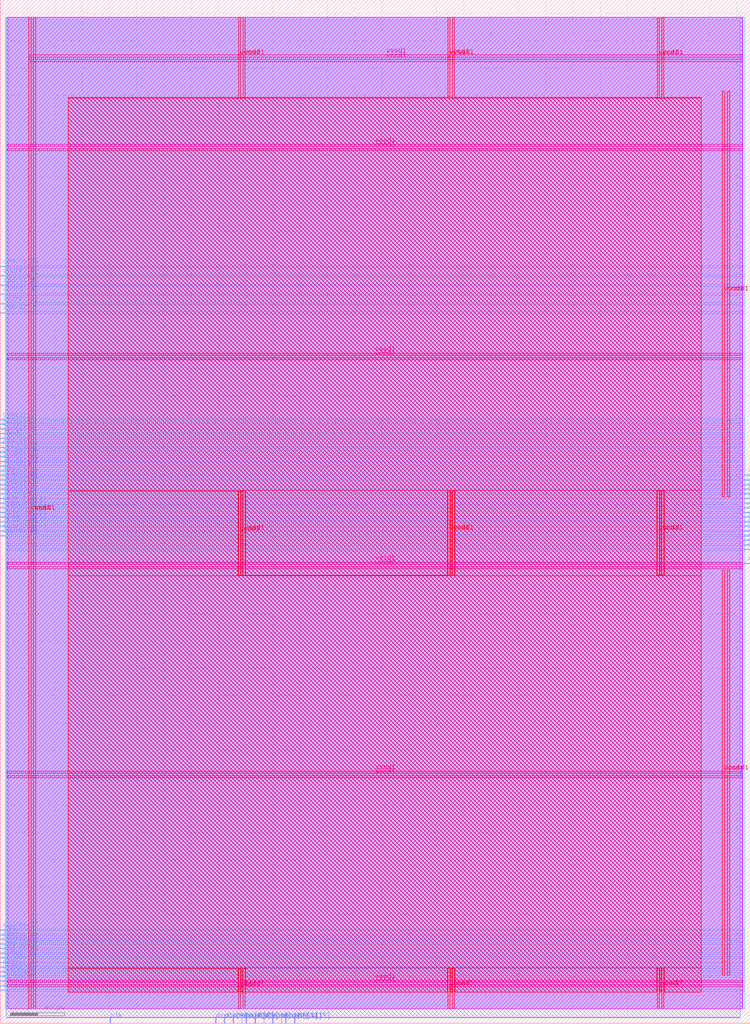
<source format=lef>
VERSION 5.7 ;
  NOWIREEXTENSIONATPIN ON ;
  DIVIDERCHAR "/" ;
  BUSBITCHARS "[]" ;
MACRO counter
  CLASS BLOCK ;
  FOREIGN counter ;
  ORIGIN 0.000 0.000 ;
  SIZE 550.000 BY 750.000 ;
  PIN addr00[0]
    DIRECTION INPUT ;
    USE SIGNAL ;
    ANTENNAGATEAREA 0.647700 ;
    ANTENNADIFFAREA 0.434700 ;
    PORT
      LAYER met3 ;
        RECT 0.000 23.840 4.000 24.440 ;
    END
  END addr00[0]
  PIN addr00[1]
    DIRECTION INPUT ;
    USE SIGNAL ;
    ANTENNAGATEAREA 0.560700 ;
    ANTENNADIFFAREA 0.434700 ;
    PORT
      LAYER met3 ;
        RECT 0.000 40.840 4.000 41.440 ;
    END
  END addr00[1]
  PIN addr00[2]
    DIRECTION INPUT ;
    USE SIGNAL ;
    ANTENNAGATEAREA 0.647700 ;
    ANTENNADIFFAREA 0.434700 ;
    PORT
      LAYER met3 ;
        RECT 0.000 51.040 4.000 51.640 ;
    END
  END addr00[2]
  PIN addr00[3]
    DIRECTION INPUT ;
    USE SIGNAL ;
    ANTENNAGATEAREA 0.647700 ;
    ANTENNADIFFAREA 0.434700 ;
    PORT
      LAYER met3 ;
        RECT 0.000 57.840 4.000 58.440 ;
    END
  END addr00[3]
  PIN addr00[4]
    DIRECTION INPUT ;
    USE SIGNAL ;
    ANTENNAGATEAREA 0.647700 ;
    ANTENNADIFFAREA 0.434700 ;
    PORT
      LAYER met3 ;
        RECT 0.000 61.240 4.000 61.840 ;
    END
  END addr00[4]
  PIN addr00[5]
    DIRECTION INPUT ;
    USE SIGNAL ;
    ANTENNAGATEAREA 0.647700 ;
    ANTENNADIFFAREA 0.434700 ;
    PORT
      LAYER met3 ;
        RECT 0.000 64.640 4.000 65.240 ;
    END
  END addr00[5]
  PIN addr00[6]
    DIRECTION INPUT ;
    USE SIGNAL ;
    ANTENNAGATEAREA 0.647700 ;
    ANTENNADIFFAREA 0.434700 ;
    PORT
      LAYER met3 ;
        RECT 0.000 54.440 4.000 55.040 ;
    END
  END addr00[6]
  PIN addr00[7]
    DIRECTION INPUT ;
    USE SIGNAL ;
    ANTENNAGATEAREA 0.647700 ;
    ANTENNADIFFAREA 0.434700 ;
    PORT
      LAYER met3 ;
        RECT 0.000 68.040 4.000 68.640 ;
    END
  END addr00[7]
  PIN addr01[0]
    DIRECTION INPUT ;
    USE SIGNAL ;
    ANTENNAGATEAREA 0.647700 ;
    ANTENNADIFFAREA 0.434700 ;
    PORT
      LAYER met3 ;
        RECT 0.000 357.040 4.000 357.640 ;
    END
  END addr01[0]
  PIN addr01[1]
    DIRECTION INPUT ;
    USE SIGNAL ;
    ANTENNAGATEAREA 0.560700 ;
    ANTENNADIFFAREA 0.434700 ;
    PORT
      LAYER met3 ;
        RECT 0.000 401.240 4.000 401.840 ;
    END
  END addr01[1]
  PIN addr01[2]
    DIRECTION INPUT ;
    USE SIGNAL ;
    ANTENNAGATEAREA 0.631200 ;
    ANTENNADIFFAREA 0.434700 ;
    PORT
      LAYER met3 ;
        RECT 0.000 520.240 4.000 520.840 ;
    END
  END addr01[2]
  PIN addr01[3]
    DIRECTION INPUT ;
    USE SIGNAL ;
    ANTENNAGATEAREA 0.631200 ;
    ANTENNADIFFAREA 0.434700 ;
    PORT
      LAYER met3 ;
        RECT 0.000 527.040 4.000 527.640 ;
    END
  END addr01[3]
  PIN addr01[4]
    DIRECTION INPUT ;
    USE SIGNAL ;
    ANTENNAGATEAREA 0.631200 ;
    ANTENNADIFFAREA 0.434700 ;
    PORT
      LAYER met3 ;
        RECT 0.000 533.840 4.000 534.440 ;
    END
  END addr01[4]
  PIN addr01[5]
    DIRECTION INPUT ;
    USE SIGNAL ;
    ANTENNAGATEAREA 0.631200 ;
    ANTENNADIFFAREA 0.434700 ;
    PORT
      LAYER met3 ;
        RECT 0.000 540.640 4.000 541.240 ;
    END
  END addr01[5]
  PIN addr01[6]
    DIRECTION INPUT ;
    USE SIGNAL ;
    ANTENNAGATEAREA 0.631200 ;
    ANTENNADIFFAREA 0.434700 ;
    PORT
      LAYER met3 ;
        RECT 0.000 547.440 4.000 548.040 ;
    END
  END addr01[6]
  PIN addr01[7]
    DIRECTION INPUT ;
    USE SIGNAL ;
    ANTENNAGATEAREA 0.631200 ;
    ANTENNADIFFAREA 0.434700 ;
    PORT
      LAYER met3 ;
        RECT 0.000 554.240 4.000 554.840 ;
    END
  END addr01[7]
  PIN clk
    DIRECTION INPUT ;
    USE SIGNAL ;
    ANTENNAGATEAREA 1.286700 ;
    ANTENNADIFFAREA 0.434700 ;
    PORT
      LAYER met2 ;
        RECT 80.590 0.000 80.870 4.000 ;
    END
  END clk
  PIN csb00
    DIRECTION INPUT ;
    USE SIGNAL ;
    ANTENNAGATEAREA 0.631200 ;
    ANTENNADIFFAREA 0.434700 ;
    PORT
      LAYER met3 ;
        RECT 0.000 27.240 4.000 27.840 ;
    END
  END csb00
  PIN csb01
    DIRECTION INPUT ;
    USE SIGNAL ;
    ANTENNAGATEAREA 0.631200 ;
    ANTENNADIFFAREA 0.434700 ;
    PORT
      LAYER met3 ;
        RECT 0.000 428.440 4.000 429.040 ;
    END
  END csb01
  PIN denum[0]
    DIRECTION INPUT ;
    USE SIGNAL ;
    ANTENNAGATEAREA 0.631200 ;
    ANTENNADIFFAREA 0.434700 ;
    PORT
      LAYER met3 ;
        RECT 546.000 360.440 550.000 361.040 ;
    END
  END denum[0]
  PIN denum[1]
    DIRECTION INPUT ;
    USE SIGNAL ;
    ANTENNAGATEAREA 0.631200 ;
    ANTENNADIFFAREA 0.434700 ;
    PORT
      LAYER met3 ;
        RECT 546.000 367.240 550.000 367.840 ;
    END
  END denum[1]
  PIN denum[2]
    DIRECTION INPUT ;
    USE SIGNAL ;
    ANTENNAGATEAREA 0.560700 ;
    ANTENNADIFFAREA 0.434700 ;
    PORT
      LAYER met3 ;
        RECT 546.000 401.240 550.000 401.840 ;
    END
  END denum[2]
  PIN denum[3]
    DIRECTION INPUT ;
    USE SIGNAL ;
    ANTENNAGATEAREA 0.631200 ;
    ANTENNADIFFAREA 0.434700 ;
    PORT
      LAYER met3 ;
        RECT 546.000 363.840 550.000 364.440 ;
    END
  END denum[3]
  PIN din00[0]
    DIRECTION INPUT ;
    USE SIGNAL ;
    ANTENNAGATEAREA 0.647700 ;
    ANTENNADIFFAREA 0.434700 ;
    PORT
      LAYER met3 ;
        RECT 0.000 30.640 4.000 31.240 ;
    END
  END din00[0]
  PIN din00[10]
    DIRECTION INPUT ;
    USE SIGNAL ;
    ANTENNAGATEAREA 0.631200 ;
    ANTENNADIFFAREA 0.434700 ;
    PORT
      LAYER met2 ;
        RECT 186.850 0.000 187.130 4.000 ;
    END
  END din00[10]
  PIN din00[11]
    DIRECTION INPUT ;
    USE SIGNAL ;
    ANTENNAGATEAREA 0.631200 ;
    ANTENNADIFFAREA 0.434700 ;
    PORT
      LAYER met2 ;
        RECT 193.290 0.000 193.570 4.000 ;
    END
  END din00[11]
  PIN din00[12]
    DIRECTION INPUT ;
    USE SIGNAL ;
    ANTENNAGATEAREA 0.631200 ;
    ANTENNADIFFAREA 0.434700 ;
    PORT
      LAYER met2 ;
        RECT 199.730 0.000 200.010 4.000 ;
    END
  END din00[12]
  PIN din00[13]
    DIRECTION INPUT ;
    USE SIGNAL ;
    ANTENNAGATEAREA 0.631200 ;
    ANTENNADIFFAREA 0.434700 ;
    PORT
      LAYER met2 ;
        RECT 206.170 0.000 206.450 4.000 ;
    END
  END din00[13]
  PIN din00[14]
    DIRECTION INPUT ;
    USE SIGNAL ;
    ANTENNAGATEAREA 0.631200 ;
    ANTENNADIFFAREA 0.434700 ;
    PORT
      LAYER met2 ;
        RECT 209.390 0.000 209.670 4.000 ;
    END
  END din00[14]
  PIN din00[15]
    DIRECTION INPUT ;
    USE SIGNAL ;
    ANTENNAGATEAREA 0.631200 ;
    ANTENNADIFFAREA 0.434700 ;
    PORT
      LAYER met2 ;
        RECT 215.830 0.000 216.110 4.000 ;
    END
  END din00[15]
  PIN din00[1]
    DIRECTION INPUT ;
    USE SIGNAL ;
    ANTENNAGATEAREA 0.647700 ;
    ANTENNADIFFAREA 0.434700 ;
    PORT
      LAYER met3 ;
        RECT 0.000 44.240 4.000 44.840 ;
    END
  END din00[1]
  PIN din00[2]
    DIRECTION INPUT ;
    USE SIGNAL ;
    ANTENNAGATEAREA 0.647700 ;
    ANTENNADIFFAREA 0.434700 ;
    PORT
      LAYER met3 ;
        RECT 0.000 34.040 4.000 34.640 ;
    END
  END din00[2]
  PIN din00[3]
    DIRECTION INPUT ;
    USE SIGNAL ;
    ANTENNAGATEAREA 0.647700 ;
    ANTENNADIFFAREA 0.434700 ;
    PORT
      LAYER met3 ;
        RECT 0.000 47.640 4.000 48.240 ;
    END
  END din00[3]
  PIN din00[4]
    DIRECTION INPUT ;
    USE SIGNAL ;
    ANTENNAGATEAREA 0.647700 ;
    ANTENNADIFFAREA 0.434700 ;
    PORT
      LAYER met3 ;
        RECT 0.000 37.440 4.000 38.040 ;
    END
  END din00[4]
  PIN din00[5]
    DIRECTION INPUT ;
    USE SIGNAL ;
    ANTENNAGATEAREA 0.631200 ;
    ANTENNADIFFAREA 0.434700 ;
    PORT
      LAYER met2 ;
        RECT 157.870 0.000 158.150 4.000 ;
    END
  END din00[5]
  PIN din00[6]
    DIRECTION INPUT ;
    USE SIGNAL ;
    ANTENNAGATEAREA 0.631200 ;
    ANTENNADIFFAREA 0.434700 ;
    PORT
      LAYER met2 ;
        RECT 164.310 0.000 164.590 4.000 ;
    END
  END din00[6]
  PIN din00[7]
    DIRECTION INPUT ;
    USE SIGNAL ;
    ANTENNAGATEAREA 0.631200 ;
    ANTENNADIFFAREA 0.434700 ;
    PORT
      LAYER met2 ;
        RECT 170.750 0.000 171.030 4.000 ;
    END
  END din00[7]
  PIN din00[8]
    DIRECTION INPUT ;
    USE SIGNAL ;
    ANTENNAGATEAREA 0.631200 ;
    ANTENNADIFFAREA 0.434700 ;
    PORT
      LAYER met2 ;
        RECT 177.190 0.000 177.470 4.000 ;
    END
  END din00[8]
  PIN din00[9]
    DIRECTION INPUT ;
    USE SIGNAL ;
    ANTENNAGATEAREA 0.631200 ;
    ANTENNADIFFAREA 0.434700 ;
    PORT
      LAYER met2 ;
        RECT 180.410 0.000 180.690 4.000 ;
    END
  END din00[9]
  PIN din01[0]
    DIRECTION INPUT ;
    USE SIGNAL ;
    ANTENNAGATEAREA 0.647700 ;
    ANTENNADIFFAREA 0.434700 ;
    PORT
      LAYER met3 ;
        RECT 0.000 387.640 4.000 388.240 ;
    END
  END din01[0]
  PIN din01[10]
    DIRECTION INPUT ;
    USE SIGNAL ;
    ANTENNAGATEAREA 0.647700 ;
    ANTENNADIFFAREA 0.434700 ;
    PORT
      LAYER met3 ;
        RECT 0.000 397.840 4.000 398.440 ;
    END
  END din01[10]
  PIN din01[11]
    DIRECTION INPUT ;
    USE SIGNAL ;
    ANTENNAGATEAREA 0.647700 ;
    ANTENNADIFFAREA 0.434700 ;
    PORT
      LAYER met3 ;
        RECT 0.000 408.040 4.000 408.640 ;
    END
  END din01[11]
  PIN din01[12]
    DIRECTION INPUT ;
    USE SIGNAL ;
    ANTENNAGATEAREA 0.647700 ;
    ANTENNADIFFAREA 0.434700 ;
    PORT
      LAYER met3 ;
        RECT 0.000 411.440 4.000 412.040 ;
    END
  END din01[12]
  PIN din01[13]
    DIRECTION INPUT ;
    USE SIGNAL ;
    ANTENNAGATEAREA 0.647700 ;
    ANTENNADIFFAREA 0.434700 ;
    PORT
      LAYER met3 ;
        RECT 0.000 414.840 4.000 415.440 ;
    END
  END din01[13]
  PIN din01[14]
    DIRECTION INPUT ;
    USE SIGNAL ;
    ANTENNAGATEAREA 0.647700 ;
    ANTENNADIFFAREA 0.434700 ;
    PORT
      LAYER met3 ;
        RECT 0.000 394.440 4.000 395.040 ;
    END
  END din01[14]
  PIN din01[15]
    DIRECTION INPUT ;
    USE SIGNAL ;
    ANTENNAGATEAREA 0.593700 ;
    ANTENNADIFFAREA 0.434700 ;
    PORT
      LAYER met3 ;
        RECT 0.000 418.240 4.000 418.840 ;
    END
  END din01[15]
  PIN din01[1]
    DIRECTION INPUT ;
    USE SIGNAL ;
    ANTENNAGATEAREA 0.647700 ;
    ANTENNADIFFAREA 0.434700 ;
    PORT
      LAYER met3 ;
        RECT 0.000 421.640 4.000 422.240 ;
    END
  END din01[1]
  PIN din01[2]
    DIRECTION INPUT ;
    USE SIGNAL ;
    ANTENNAGATEAREA 0.647700 ;
    ANTENNADIFFAREA 0.434700 ;
    PORT
      LAYER met3 ;
        RECT 0.000 425.040 4.000 425.640 ;
    END
  END din01[2]
  PIN din01[3]
    DIRECTION INPUT ;
    USE SIGNAL ;
    ANTENNAGATEAREA 0.647700 ;
    ANTENNADIFFAREA 0.434700 ;
    PORT
      LAYER met3 ;
        RECT 0.000 391.040 4.000 391.640 ;
    END
  END din01[3]
  PIN din01[4]
    DIRECTION INPUT ;
    USE SIGNAL ;
    ANTENNAGATEAREA 0.647700 ;
    ANTENNADIFFAREA 0.434700 ;
    PORT
      LAYER met3 ;
        RECT 0.000 431.840 4.000 432.440 ;
    END
  END din01[4]
  PIN din01[5]
    DIRECTION INPUT ;
    USE SIGNAL ;
    ANTENNAGATEAREA 0.647700 ;
    ANTENNADIFFAREA 0.434700 ;
    PORT
      LAYER met3 ;
        RECT 0.000 435.240 4.000 435.840 ;
    END
  END din01[5]
  PIN din01[6]
    DIRECTION INPUT ;
    USE SIGNAL ;
    ANTENNAGATEAREA 0.647700 ;
    ANTENNADIFFAREA 0.434700 ;
    PORT
      LAYER met3 ;
        RECT 0.000 404.640 4.000 405.240 ;
    END
  END din01[6]
  PIN din01[7]
    DIRECTION INPUT ;
    USE SIGNAL ;
    ANTENNAGATEAREA 0.647700 ;
    ANTENNADIFFAREA 0.434700 ;
    PORT
      LAYER met3 ;
        RECT 0.000 438.640 4.000 439.240 ;
    END
  END din01[7]
  PIN din01[8]
    DIRECTION INPUT ;
    USE SIGNAL ;
    ANTENNAGATEAREA 0.647700 ;
    ANTENNADIFFAREA 0.434700 ;
    PORT
      LAYER met3 ;
        RECT 0.000 384.240 4.000 384.840 ;
    END
  END din01[8]
  PIN din01[9]
    DIRECTION INPUT ;
    USE SIGNAL ;
    ANTENNAGATEAREA 0.647700 ;
    ANTENNADIFFAREA 0.434700 ;
    PORT
      LAYER met3 ;
        RECT 0.000 442.040 4.000 442.640 ;
    END
  END din01[9]
  PIN num[0]
    DIRECTION INPUT ;
    USE SIGNAL ;
    ANTENNAGATEAREA 0.631200 ;
    ANTENNADIFFAREA 0.434700 ;
    PORT
      LAYER met3 ;
        RECT 546.000 346.840 550.000 347.440 ;
    END
  END num[0]
  PIN num[1]
    DIRECTION INPUT ;
    USE SIGNAL ;
    ANTENNAGATEAREA 0.631200 ;
    ANTENNADIFFAREA 0.434700 ;
    PORT
      LAYER met3 ;
        RECT 546.000 350.240 550.000 350.840 ;
    END
  END num[1]
  PIN num[2]
    DIRECTION INPUT ;
    USE SIGNAL ;
    ANTENNAGATEAREA 0.631200 ;
    ANTENNADIFFAREA 0.434700 ;
    PORT
      LAYER met3 ;
        RECT 546.000 353.640 550.000 354.240 ;
    END
  END num[2]
  PIN num[3]
    DIRECTION INPUT ;
    USE SIGNAL ;
    ANTENNAGATEAREA 0.631200 ;
    ANTENNADIFFAREA 0.434700 ;
    PORT
      LAYER met3 ;
        RECT 546.000 357.040 550.000 357.640 ;
    END
  END num[3]
  PIN rst
    DIRECTION INPUT ;
    USE SIGNAL ;
    ANTENNAGATEAREA 0.631200 ;
    ANTENNADIFFAREA 0.434700 ;
    PORT
      LAYER met3 ;
        RECT 546.000 336.640 550.000 337.240 ;
    END
  END rst
  PIN sine_out[0]
    DIRECTION OUTPUT ;
    USE SIGNAL ;
    ANTENNADIFFAREA 0.445500 ;
    PORT
      LAYER met3 ;
        RECT 0.000 360.440 4.000 361.040 ;
    END
  END sine_out[0]
  PIN sine_out[10]
    DIRECTION OUTPUT ;
    USE SIGNAL ;
    ANTENNADIFFAREA 0.445500 ;
    PORT
      LAYER met3 ;
        RECT 546.000 380.840 550.000 381.440 ;
    END
  END sine_out[10]
  PIN sine_out[11]
    DIRECTION OUTPUT ;
    USE SIGNAL ;
    ANTENNADIFFAREA 0.445500 ;
    PORT
      LAYER met3 ;
        RECT 546.000 397.840 550.000 398.440 ;
    END
  END sine_out[11]
  PIN sine_out[12]
    DIRECTION OUTPUT ;
    USE SIGNAL ;
    ANTENNADIFFAREA 0.445500 ;
    PORT
      LAYER met3 ;
        RECT 546.000 394.440 550.000 395.040 ;
    END
  END sine_out[12]
  PIN sine_out[13]
    DIRECTION OUTPUT ;
    USE SIGNAL ;
    ANTENNADIFFAREA 0.445500 ;
    PORT
      LAYER met3 ;
        RECT 546.000 387.640 550.000 388.240 ;
    END
  END sine_out[13]
  PIN sine_out[14]
    DIRECTION OUTPUT ;
    USE SIGNAL ;
    ANTENNADIFFAREA 0.445500 ;
    PORT
      LAYER met3 ;
        RECT 546.000 384.240 550.000 384.840 ;
    END
  END sine_out[14]
  PIN sine_out[15]
    DIRECTION OUTPUT ;
    USE SIGNAL ;
    ANTENNADIFFAREA 0.445500 ;
    PORT
      LAYER met3 ;
        RECT 546.000 391.040 550.000 391.640 ;
    END
  END sine_out[15]
  PIN sine_out[1]
    DIRECTION OUTPUT ;
    USE SIGNAL ;
    ANTENNADIFFAREA 0.445500 ;
    PORT
      LAYER met3 ;
        RECT 0.000 380.840 4.000 381.440 ;
    END
  END sine_out[1]
  PIN sine_out[2]
    DIRECTION OUTPUT ;
    USE SIGNAL ;
    ANTENNADIFFAREA 0.445500 ;
    PORT
      LAYER met3 ;
        RECT 0.000 374.040 4.000 374.640 ;
    END
  END sine_out[2]
  PIN sine_out[3]
    DIRECTION OUTPUT ;
    USE SIGNAL ;
    ANTENNADIFFAREA 0.445500 ;
    PORT
      LAYER met3 ;
        RECT 0.000 367.240 4.000 367.840 ;
    END
  END sine_out[3]
  PIN sine_out[4]
    DIRECTION OUTPUT ;
    USE SIGNAL ;
    ANTENNADIFFAREA 0.445500 ;
    PORT
      LAYER met3 ;
        RECT 0.000 377.440 4.000 378.040 ;
    END
  END sine_out[4]
  PIN sine_out[5]
    DIRECTION OUTPUT ;
    USE SIGNAL ;
    ANTENNADIFFAREA 0.445500 ;
    PORT
      LAYER met3 ;
        RECT 0.000 370.640 4.000 371.240 ;
    END
  END sine_out[5]
  PIN sine_out[6]
    DIRECTION OUTPUT ;
    USE SIGNAL ;
    ANTENNADIFFAREA 0.445500 ;
    PORT
      LAYER met3 ;
        RECT 0.000 363.840 4.000 364.440 ;
    END
  END sine_out[6]
  PIN sine_out[7]
    DIRECTION OUTPUT ;
    USE SIGNAL ;
    ANTENNADIFFAREA 0.445500 ;
    PORT
      LAYER met3 ;
        RECT 546.000 370.640 550.000 371.240 ;
    END
  END sine_out[7]
  PIN sine_out[8]
    DIRECTION OUTPUT ;
    USE SIGNAL ;
    ANTENNADIFFAREA 0.445500 ;
    PORT
      LAYER met3 ;
        RECT 546.000 374.040 550.000 374.640 ;
    END
  END sine_out[8]
  PIN sine_out[9]
    DIRECTION OUTPUT ;
    USE SIGNAL ;
    ANTENNADIFFAREA 0.445500 ;
    PORT
      LAYER met3 ;
        RECT 546.000 377.440 550.000 378.040 ;
    END
  END sine_out[9]
  PIN vccd1
    DIRECTION INOUT ;
    USE POWER ;
    PORT
      LAYER met4 ;
        RECT 21.040 10.640 22.640 737.360 ;
    END
    PORT
      LAYER met4 ;
        RECT 174.640 10.640 176.240 39.400 ;
    END
    PORT
      LAYER met4 ;
        RECT 174.640 328.250 176.240 389.400 ;
    END
    PORT
      LAYER met4 ;
        RECT 174.640 678.250 176.240 737.360 ;
    END
    PORT
      LAYER met4 ;
        RECT 328.240 10.640 329.840 40.320 ;
    END
    PORT
      LAYER met4 ;
        RECT 328.240 328.880 329.840 390.320 ;
    END
    PORT
      LAYER met4 ;
        RECT 328.240 679.170 329.840 737.360 ;
    END
    PORT
      LAYER met4 ;
        RECT 481.840 10.640 483.440 40.320 ;
    END
    PORT
      LAYER met4 ;
        RECT 481.840 328.250 483.440 390.320 ;
    END
    PORT
      LAYER met4 ;
        RECT 481.840 678.250 483.440 737.360 ;
    END
    PORT
      LAYER met5 ;
        RECT 5.280 26.730 544.420 28.330 ;
    END
    PORT
      LAYER met5 ;
        RECT 5.280 179.910 544.420 181.510 ;
    END
    PORT
      LAYER met5 ;
        RECT 5.280 333.090 544.420 334.690 ;
    END
    PORT
      LAYER met5 ;
        RECT 5.280 486.270 544.420 487.870 ;
    END
    PORT
      LAYER met5 ;
        RECT 5.280 639.450 544.420 641.050 ;
    END
    PORT
      LAYER met4 ;
        RECT 529.580 35.120 531.180 332.080 ;
    END
    PORT
      LAYER met4 ;
        RECT 529.580 386.000 531.180 682.960 ;
    END
    PORT
      LAYER met5 ;
        RECT 21.040 704.700 544.420 706.300 ;
    END
  END vccd1
  PIN vssd1
    DIRECTION INOUT ;
    USE GROUND ;
    PORT
      LAYER met4 ;
        RECT 24.340 10.640 25.940 737.360 ;
    END
    PORT
      LAYER met4 ;
        RECT 177.940 10.640 179.540 40.320 ;
    END
    PORT
      LAYER met4 ;
        RECT 177.940 328.250 179.540 390.320 ;
    END
    PORT
      LAYER met4 ;
        RECT 177.940 678.250 179.540 737.360 ;
    END
    PORT
      LAYER met4 ;
        RECT 331.540 10.640 333.140 40.320 ;
    END
    PORT
      LAYER met4 ;
        RECT 331.540 328.250 333.140 390.320 ;
    END
    PORT
      LAYER met4 ;
        RECT 331.540 678.250 333.140 737.360 ;
    END
    PORT
      LAYER met4 ;
        RECT 485.140 10.640 486.740 40.320 ;
    END
    PORT
      LAYER met4 ;
        RECT 485.140 328.250 486.740 390.320 ;
    END
    PORT
      LAYER met4 ;
        RECT 485.140 678.250 486.740 737.360 ;
    END
    PORT
      LAYER met5 ;
        RECT 5.280 30.030 544.420 31.630 ;
    END
    PORT
      LAYER met5 ;
        RECT 5.280 183.210 544.420 184.810 ;
    END
    PORT
      LAYER met5 ;
        RECT 5.280 336.390 544.420 337.990 ;
    END
    PORT
      LAYER met5 ;
        RECT 5.280 489.570 544.420 491.170 ;
    END
    PORT
      LAYER met5 ;
        RECT 5.280 642.750 544.420 644.350 ;
    END
    PORT
      LAYER met4 ;
        RECT 533.260 35.120 534.860 332.080 ;
    END
    PORT
      LAYER met4 ;
        RECT 533.260 386.000 534.860 682.960 ;
    END
    PORT
      LAYER met5 ;
        RECT 21.040 708.100 544.420 709.700 ;
    END
  END vssd1
  OBS
      LAYER nwell ;
        RECT 5.330 10.795 544.370 737.310 ;
      LAYER li1 ;
        RECT 5.520 10.795 544.180 737.205 ;
      LAYER met1 ;
        RECT 4.210 10.640 544.180 737.360 ;
      LAYER met2 ;
        RECT 4.230 4.280 542.710 737.305 ;
        RECT 4.230 4.000 80.310 4.280 ;
        RECT 81.150 4.000 157.590 4.280 ;
        RECT 158.430 4.000 164.030 4.280 ;
        RECT 164.870 4.000 170.470 4.280 ;
        RECT 171.310 4.000 176.910 4.280 ;
        RECT 177.750 4.000 180.130 4.280 ;
        RECT 180.970 4.000 186.570 4.280 ;
        RECT 187.410 4.000 193.010 4.280 ;
        RECT 193.850 4.000 199.450 4.280 ;
        RECT 200.290 4.000 205.890 4.280 ;
        RECT 206.730 4.000 209.110 4.280 ;
        RECT 209.950 4.000 215.550 4.280 ;
        RECT 216.390 4.000 542.710 4.280 ;
      LAYER met3 ;
        RECT 3.990 555.240 546.000 737.285 ;
        RECT 4.400 553.840 546.000 555.240 ;
        RECT 3.990 548.440 546.000 553.840 ;
        RECT 4.400 547.040 546.000 548.440 ;
        RECT 3.990 541.640 546.000 547.040 ;
        RECT 4.400 540.240 546.000 541.640 ;
        RECT 3.990 534.840 546.000 540.240 ;
        RECT 4.400 533.440 546.000 534.840 ;
        RECT 3.990 528.040 546.000 533.440 ;
        RECT 4.400 526.640 546.000 528.040 ;
        RECT 3.990 521.240 546.000 526.640 ;
        RECT 4.400 519.840 546.000 521.240 ;
        RECT 3.990 443.040 546.000 519.840 ;
        RECT 4.400 441.640 546.000 443.040 ;
        RECT 3.990 439.640 546.000 441.640 ;
        RECT 4.400 438.240 546.000 439.640 ;
        RECT 3.990 436.240 546.000 438.240 ;
        RECT 4.400 434.840 546.000 436.240 ;
        RECT 3.990 432.840 546.000 434.840 ;
        RECT 4.400 431.440 546.000 432.840 ;
        RECT 3.990 429.440 546.000 431.440 ;
        RECT 4.400 428.040 546.000 429.440 ;
        RECT 3.990 426.040 546.000 428.040 ;
        RECT 4.400 424.640 546.000 426.040 ;
        RECT 3.990 422.640 546.000 424.640 ;
        RECT 4.400 421.240 546.000 422.640 ;
        RECT 3.990 419.240 546.000 421.240 ;
        RECT 4.400 417.840 546.000 419.240 ;
        RECT 3.990 415.840 546.000 417.840 ;
        RECT 4.400 414.440 546.000 415.840 ;
        RECT 3.990 412.440 546.000 414.440 ;
        RECT 4.400 411.040 546.000 412.440 ;
        RECT 3.990 409.040 546.000 411.040 ;
        RECT 4.400 407.640 546.000 409.040 ;
        RECT 3.990 405.640 546.000 407.640 ;
        RECT 4.400 404.240 546.000 405.640 ;
        RECT 3.990 402.240 546.000 404.240 ;
        RECT 4.400 400.840 545.600 402.240 ;
        RECT 3.990 398.840 546.000 400.840 ;
        RECT 4.400 397.440 545.600 398.840 ;
        RECT 3.990 395.440 546.000 397.440 ;
        RECT 4.400 394.040 545.600 395.440 ;
        RECT 3.990 392.040 546.000 394.040 ;
        RECT 4.400 390.640 545.600 392.040 ;
        RECT 3.990 388.640 546.000 390.640 ;
        RECT 4.400 387.240 545.600 388.640 ;
        RECT 3.990 385.240 546.000 387.240 ;
        RECT 4.400 383.840 545.600 385.240 ;
        RECT 3.990 381.840 546.000 383.840 ;
        RECT 4.400 380.440 545.600 381.840 ;
        RECT 3.990 378.440 546.000 380.440 ;
        RECT 4.400 377.040 545.600 378.440 ;
        RECT 3.990 375.040 546.000 377.040 ;
        RECT 4.400 373.640 545.600 375.040 ;
        RECT 3.990 371.640 546.000 373.640 ;
        RECT 4.400 370.240 545.600 371.640 ;
        RECT 3.990 368.240 546.000 370.240 ;
        RECT 4.400 366.840 545.600 368.240 ;
        RECT 3.990 364.840 546.000 366.840 ;
        RECT 4.400 363.440 545.600 364.840 ;
        RECT 3.990 361.440 546.000 363.440 ;
        RECT 4.400 360.040 545.600 361.440 ;
        RECT 3.990 358.040 546.000 360.040 ;
        RECT 4.400 356.640 545.600 358.040 ;
        RECT 3.990 354.640 546.000 356.640 ;
        RECT 3.990 353.240 545.600 354.640 ;
        RECT 3.990 351.240 546.000 353.240 ;
        RECT 3.990 349.840 545.600 351.240 ;
        RECT 3.990 347.840 546.000 349.840 ;
        RECT 3.990 346.440 545.600 347.840 ;
        RECT 3.990 337.640 546.000 346.440 ;
        RECT 3.990 336.240 545.600 337.640 ;
        RECT 3.990 69.040 546.000 336.240 ;
        RECT 4.400 67.640 546.000 69.040 ;
        RECT 3.990 65.640 546.000 67.640 ;
        RECT 4.400 64.240 546.000 65.640 ;
        RECT 3.990 62.240 546.000 64.240 ;
        RECT 4.400 60.840 546.000 62.240 ;
        RECT 3.990 58.840 546.000 60.840 ;
        RECT 4.400 57.440 546.000 58.840 ;
        RECT 3.990 55.440 546.000 57.440 ;
        RECT 4.400 54.040 546.000 55.440 ;
        RECT 3.990 52.040 546.000 54.040 ;
        RECT 4.400 50.640 546.000 52.040 ;
        RECT 3.990 48.640 546.000 50.640 ;
        RECT 4.400 47.240 546.000 48.640 ;
        RECT 3.990 45.240 546.000 47.240 ;
        RECT 4.400 43.840 546.000 45.240 ;
        RECT 3.990 41.840 546.000 43.840 ;
        RECT 4.400 40.440 546.000 41.840 ;
        RECT 3.990 38.440 546.000 40.440 ;
        RECT 4.400 37.040 546.000 38.440 ;
        RECT 3.990 35.040 546.000 37.040 ;
        RECT 4.400 33.640 546.000 35.040 ;
        RECT 3.990 31.640 546.000 33.640 ;
        RECT 4.400 30.240 546.000 31.640 ;
        RECT 3.990 28.240 546.000 30.240 ;
        RECT 4.400 26.840 546.000 28.240 ;
        RECT 3.990 24.840 546.000 26.840 ;
        RECT 4.400 23.440 546.000 24.840 ;
        RECT 3.990 10.715 546.000 23.440 ;
      LAYER met4 ;
        RECT 50.000 677.850 174.240 678.465 ;
        RECT 176.640 677.850 177.540 678.465 ;
        RECT 179.940 677.850 331.140 678.465 ;
        RECT 333.540 677.850 481.440 678.465 ;
        RECT 483.840 677.850 484.740 678.465 ;
        RECT 487.140 677.850 513.985 678.465 ;
        RECT 50.000 390.720 513.985 677.850 ;
        RECT 50.000 389.800 177.540 390.720 ;
        RECT 50.000 327.850 174.240 389.800 ;
        RECT 176.640 327.850 177.540 389.800 ;
        RECT 179.940 328.480 327.840 390.720 ;
        RECT 330.240 328.480 331.140 390.720 ;
        RECT 179.940 327.850 331.140 328.480 ;
        RECT 333.540 327.850 481.440 390.720 ;
        RECT 483.840 327.850 484.740 390.720 ;
        RECT 487.140 327.850 513.985 390.720 ;
        RECT 50.000 40.720 513.985 327.850 ;
        RECT 50.000 39.800 177.540 40.720 ;
        RECT 50.000 22.615 174.240 39.800 ;
        RECT 176.640 22.615 177.540 39.800 ;
        RECT 179.940 22.615 327.840 40.720 ;
        RECT 330.240 22.615 331.140 40.720 ;
        RECT 333.540 22.615 481.440 40.720 ;
        RECT 483.840 22.615 484.740 40.720 ;
        RECT 487.140 22.615 513.985 40.720 ;
  END
END counter
END LIBRARY


</source>
